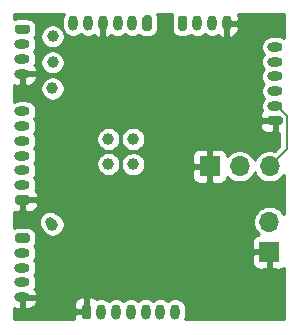
<source format=gbr>
G04 #@! TF.GenerationSoftware,KiCad,Pcbnew,(5.1.8-0-10_14)*
G04 #@! TF.CreationDate,2021-11-26T07:07:57-05:00*
G04 #@! TF.ProjectId,4809Rc,34383039-5263-42e6-9b69-6361645f7063,rev?*
G04 #@! TF.SameCoordinates,Original*
G04 #@! TF.FileFunction,Copper,L2,Bot*
G04 #@! TF.FilePolarity,Positive*
%FSLAX46Y46*%
G04 Gerber Fmt 4.6, Leading zero omitted, Abs format (unit mm)*
G04 Created by KiCad (PCBNEW (5.1.8-0-10_14)) date 2021-11-26 07:07:57*
%MOMM*%
%LPD*%
G01*
G04 APERTURE LIST*
G04 #@! TA.AperFunction,SMDPad,CuDef*
%ADD10C,1.000000*%
G04 #@! TD*
G04 #@! TA.AperFunction,ComponentPad*
%ADD11O,1.700000X1.700000*%
G04 #@! TD*
G04 #@! TA.AperFunction,ComponentPad*
%ADD12R,1.700000X1.700000*%
G04 #@! TD*
G04 #@! TA.AperFunction,ComponentPad*
%ADD13O,0.800000X1.300000*%
G04 #@! TD*
G04 #@! TA.AperFunction,ComponentPad*
%ADD14O,1.300000X0.800000*%
G04 #@! TD*
G04 #@! TA.AperFunction,ViaPad*
%ADD15C,0.800000*%
G04 #@! TD*
G04 #@! TA.AperFunction,Conductor*
%ADD16C,0.300000*%
G04 #@! TD*
G04 #@! TA.AperFunction,Conductor*
%ADD17C,0.200000*%
G04 #@! TD*
G04 #@! TA.AperFunction,Conductor*
%ADD18C,0.254000*%
G04 #@! TD*
G04 #@! TA.AperFunction,Conductor*
%ADD19C,0.100000*%
G04 #@! TD*
G04 APERTURE END LIST*
D10*
X148592540Y-100025200D03*
X153316400Y-94898399D03*
X155422600Y-94919800D03*
X148590000Y-88506300D03*
X153316400Y-92786200D03*
X155422600Y-92786200D03*
X148602700Y-86296500D03*
X148602700Y-84086700D03*
D11*
X166966900Y-99809300D03*
D12*
X166966900Y-102349300D03*
D13*
X158972900Y-107403900D03*
X157722900Y-107403900D03*
X156472900Y-107403900D03*
X155222900Y-107403900D03*
X153972900Y-107403900D03*
X152722900Y-107403900D03*
G04 #@! TA.AperFunction,ComponentPad*
G36*
G01*
X151072900Y-107853900D02*
X151072900Y-106953900D01*
G75*
G02*
X151272900Y-106753900I200000J0D01*
G01*
X151672900Y-106753900D01*
G75*
G02*
X151872900Y-106953900I0J-200000D01*
G01*
X151872900Y-107853900D01*
G75*
G02*
X151672900Y-108053900I-200000J0D01*
G01*
X151272900Y-108053900D01*
G75*
G02*
X151072900Y-107853900I0J200000D01*
G01*
G37*
G04 #@! TD.AperFunction*
X163363600Y-82981800D03*
X162113600Y-82981800D03*
X160863600Y-82981800D03*
G04 #@! TA.AperFunction,ComponentPad*
G36*
G01*
X159213600Y-83431800D02*
X159213600Y-82531800D01*
G75*
G02*
X159413600Y-82331800I200000J0D01*
G01*
X159813600Y-82331800D01*
G75*
G02*
X160013600Y-82531800I0J-200000D01*
G01*
X160013600Y-83431800D01*
G75*
G02*
X159813600Y-83631800I-200000J0D01*
G01*
X159413600Y-83631800D01*
G75*
G02*
X159213600Y-83431800I0J200000D01*
G01*
G37*
G04 #@! TD.AperFunction*
D11*
X166979600Y-95084900D03*
X164439600Y-95084900D03*
D12*
X161899600Y-95084900D03*
D14*
X146050000Y-90442400D03*
X146050000Y-91692400D03*
X146050000Y-92942400D03*
X146050000Y-94192400D03*
X146050000Y-95442400D03*
X146050000Y-96692400D03*
G04 #@! TA.AperFunction,ComponentPad*
G36*
G01*
X146500000Y-98342400D02*
X145600000Y-98342400D01*
G75*
G02*
X145400000Y-98142400I0J200000D01*
G01*
X145400000Y-97742400D01*
G75*
G02*
X145600000Y-97542400I200000J0D01*
G01*
X146500000Y-97542400D01*
G75*
G02*
X146700000Y-97742400I0J-200000D01*
G01*
X146700000Y-98142400D01*
G75*
G02*
X146500000Y-98342400I-200000J0D01*
G01*
G37*
G04 #@! TD.AperFunction*
X146050000Y-106180900D03*
X146050000Y-104930900D03*
X146050000Y-103680900D03*
X146050000Y-102430900D03*
G04 #@! TA.AperFunction,ComponentPad*
G36*
G01*
X145600000Y-100780900D02*
X146500000Y-100780900D01*
G75*
G02*
X146700000Y-100980900I0J-200000D01*
G01*
X146700000Y-101380900D01*
G75*
G02*
X146500000Y-101580900I-200000J0D01*
G01*
X145600000Y-101580900D01*
G75*
G02*
X145400000Y-101380900I0J200000D01*
G01*
X145400000Y-100980900D01*
G75*
G02*
X145600000Y-100780900I200000J0D01*
G01*
G37*
G04 #@! TD.AperFunction*
X167436800Y-84986800D03*
X167436800Y-86236800D03*
X167436800Y-87486800D03*
X167436800Y-88736800D03*
X167436800Y-89986800D03*
G04 #@! TA.AperFunction,ComponentPad*
G36*
G01*
X167886800Y-91636800D02*
X166986800Y-91636800D01*
G75*
G02*
X166786800Y-91436800I0J200000D01*
G01*
X166786800Y-91036800D01*
G75*
G02*
X166986800Y-90836800I200000J0D01*
G01*
X167886800Y-90836800D01*
G75*
G02*
X168086800Y-91036800I0J-200000D01*
G01*
X168086800Y-91436800D01*
G75*
G02*
X167886800Y-91636800I-200000J0D01*
G01*
G37*
G04 #@! TD.AperFunction*
X146050000Y-87252500D03*
X146050000Y-86002500D03*
X146050000Y-84752500D03*
G04 #@! TA.AperFunction,ComponentPad*
G36*
G01*
X145600000Y-83102500D02*
X146500000Y-83102500D01*
G75*
G02*
X146700000Y-83302500I0J-200000D01*
G01*
X146700000Y-83702500D01*
G75*
G02*
X146500000Y-83902500I-200000J0D01*
G01*
X145600000Y-83902500D01*
G75*
G02*
X145400000Y-83702500I0J200000D01*
G01*
X145400000Y-83302500D01*
G75*
G02*
X145600000Y-83102500I200000J0D01*
G01*
G37*
G04 #@! TD.AperFunction*
D13*
X150353700Y-82969100D03*
X151603700Y-82969100D03*
X152853700Y-82969100D03*
X154103700Y-82969100D03*
X155353700Y-82969100D03*
G04 #@! TA.AperFunction,ComponentPad*
G36*
G01*
X157003700Y-82519100D02*
X157003700Y-83419100D01*
G75*
G02*
X156803700Y-83619100I-200000J0D01*
G01*
X156403700Y-83619100D01*
G75*
G02*
X156203700Y-83419100I0J200000D01*
G01*
X156203700Y-82519100D01*
G75*
G02*
X156403700Y-82319100I200000J0D01*
G01*
X156803700Y-82319100D01*
G75*
G02*
X157003700Y-82519100I0J-200000D01*
G01*
G37*
G04 #@! TD.AperFunction*
D15*
X159777900Y-104013000D03*
X161798000Y-104013000D03*
X158280100Y-104013000D03*
X156221900Y-104013000D03*
X152665900Y-104013000D03*
X154698700Y-104013000D03*
X163309300Y-104000300D03*
X149135300Y-104013000D03*
X151041114Y-104013000D03*
X148209000Y-104013000D03*
X152227957Y-95859988D03*
X151535018Y-95859994D03*
X163322000Y-99428300D03*
X163322000Y-100253800D03*
X165437940Y-86375120D03*
X160042860Y-91643200D03*
X152184100Y-86659720D03*
X160264355Y-100208310D03*
X148602700Y-84086700D03*
X148602700Y-86296500D03*
X155422600Y-92786200D03*
X153316400Y-92786200D03*
X148590000Y-88506300D03*
X155422600Y-94919800D03*
X153316400Y-94898399D03*
X148369551Y-99802211D03*
D16*
X151485000Y-95910012D02*
X151535018Y-95859994D01*
D17*
X167596500Y-89986800D02*
X167436800Y-89986800D01*
X168440100Y-93649800D02*
X168440100Y-90830400D01*
X168440100Y-90830400D02*
X167596500Y-89986800D01*
X166992300Y-95097600D02*
X168440100Y-93649800D01*
X148369551Y-99802211D02*
X148592540Y-100025200D01*
D18*
X149493120Y-82362636D02*
X149440113Y-82537376D01*
X149426700Y-82673562D01*
X149426700Y-83264637D01*
X149440113Y-83400823D01*
X149490450Y-83566761D01*
X149400423Y-83432026D01*
X149257374Y-83288977D01*
X149089167Y-83176585D01*
X148902265Y-83099167D01*
X148703851Y-83059700D01*
X148501549Y-83059700D01*
X148303135Y-83099167D01*
X148116233Y-83176585D01*
X147948026Y-83288977D01*
X147804977Y-83432026D01*
X147692585Y-83600233D01*
X147615167Y-83787135D01*
X147575700Y-83985549D01*
X147575700Y-84187851D01*
X147615167Y-84386265D01*
X147692585Y-84573167D01*
X147804977Y-84741374D01*
X147948026Y-84884423D01*
X148116233Y-84996815D01*
X148303135Y-85074233D01*
X148501549Y-85113700D01*
X148703851Y-85113700D01*
X148902265Y-85074233D01*
X149089167Y-84996815D01*
X149257374Y-84884423D01*
X149400423Y-84741374D01*
X149512815Y-84573167D01*
X149590233Y-84386265D01*
X149629700Y-84187851D01*
X149629700Y-83985549D01*
X149590233Y-83787135D01*
X149535225Y-83654336D01*
X149579199Y-83736604D01*
X149695041Y-83877759D01*
X149836195Y-83993601D01*
X149997236Y-84079680D01*
X150171976Y-84132687D01*
X150353700Y-84150585D01*
X150535423Y-84132687D01*
X150710163Y-84079680D01*
X150871204Y-83993601D01*
X150978700Y-83905382D01*
X151086195Y-83993601D01*
X151247236Y-84079680D01*
X151421976Y-84132687D01*
X151603700Y-84150585D01*
X151785423Y-84132687D01*
X151960163Y-84079680D01*
X152121204Y-83993601D01*
X152134631Y-83982582D01*
X152141417Y-83990212D01*
X152305540Y-84114355D01*
X152490728Y-84204094D01*
X152567577Y-84213766D01*
X152726700Y-84086098D01*
X152726700Y-83096100D01*
X152706700Y-83096100D01*
X152706700Y-82842100D01*
X152726700Y-82842100D01*
X152726700Y-82822100D01*
X152980700Y-82822100D01*
X152980700Y-82842100D01*
X153000700Y-82842100D01*
X153000700Y-83096100D01*
X152980700Y-83096100D01*
X152980700Y-84086098D01*
X153139823Y-84213766D01*
X153216672Y-84204094D01*
X153401860Y-84114355D01*
X153565983Y-83990212D01*
X153572768Y-83982582D01*
X153586195Y-83993601D01*
X153747236Y-84079680D01*
X153921976Y-84132687D01*
X154103700Y-84150585D01*
X154285423Y-84132687D01*
X154460163Y-84079680D01*
X154621204Y-83993601D01*
X154728700Y-83905382D01*
X154836195Y-83993601D01*
X154997236Y-84079680D01*
X155171976Y-84132687D01*
X155353700Y-84150585D01*
X155535423Y-84132687D01*
X155710163Y-84079680D01*
X155871204Y-83993601D01*
X155915239Y-83957462D01*
X155998384Y-84025698D01*
X156124514Y-84093115D01*
X156261372Y-84134631D01*
X156403700Y-84148649D01*
X156803700Y-84148649D01*
X156946028Y-84134631D01*
X157082886Y-84093115D01*
X157209016Y-84025698D01*
X157319569Y-83934969D01*
X157410298Y-83824416D01*
X157477715Y-83698286D01*
X157519231Y-83561428D01*
X157533249Y-83419100D01*
X157533249Y-82519100D01*
X157519231Y-82376772D01*
X157477715Y-82239914D01*
X157476692Y-82238000D01*
X158747396Y-82238000D01*
X158739585Y-82252614D01*
X158698069Y-82389472D01*
X158684051Y-82531800D01*
X158684051Y-83431800D01*
X158698069Y-83574128D01*
X158739585Y-83710986D01*
X158807002Y-83837116D01*
X158897731Y-83947669D01*
X159008284Y-84038398D01*
X159134414Y-84105815D01*
X159271272Y-84147331D01*
X159413600Y-84161349D01*
X159813600Y-84161349D01*
X159955928Y-84147331D01*
X160092786Y-84105815D01*
X160218916Y-84038398D01*
X160302061Y-83970162D01*
X160346096Y-84006301D01*
X160507137Y-84092380D01*
X160681877Y-84145387D01*
X160863600Y-84163285D01*
X161045324Y-84145387D01*
X161220064Y-84092380D01*
X161381105Y-84006301D01*
X161488601Y-83918082D01*
X161596096Y-84006301D01*
X161757137Y-84092380D01*
X161931877Y-84145387D01*
X162113600Y-84163285D01*
X162295324Y-84145387D01*
X162470064Y-84092380D01*
X162631105Y-84006301D01*
X162644532Y-83995282D01*
X162651317Y-84002912D01*
X162815440Y-84127055D01*
X163000628Y-84216794D01*
X163077477Y-84226466D01*
X163236600Y-84098798D01*
X163236600Y-83108800D01*
X163490600Y-83108800D01*
X163490600Y-84098798D01*
X163649723Y-84226466D01*
X163726572Y-84216794D01*
X163911760Y-84127055D01*
X164075883Y-84002912D01*
X164212633Y-83849136D01*
X164316755Y-83671636D01*
X164384248Y-83477233D01*
X164412518Y-83273399D01*
X164247362Y-83108800D01*
X163490600Y-83108800D01*
X163236600Y-83108800D01*
X163216600Y-83108800D01*
X163216600Y-82854800D01*
X163236600Y-82854800D01*
X163236600Y-82834800D01*
X163490600Y-82834800D01*
X163490600Y-82854800D01*
X164247362Y-82854800D01*
X164412518Y-82690201D01*
X164384248Y-82486367D01*
X164316755Y-82291964D01*
X164285100Y-82238000D01*
X168167629Y-82238000D01*
X168166708Y-84192203D01*
X168043264Y-84126220D01*
X167868524Y-84073213D01*
X167732338Y-84059800D01*
X167141262Y-84059800D01*
X167005076Y-84073213D01*
X166830336Y-84126220D01*
X166669295Y-84212299D01*
X166528141Y-84328141D01*
X166412299Y-84469295D01*
X166326220Y-84630336D01*
X166273213Y-84805076D01*
X166255315Y-84986800D01*
X166273213Y-85168524D01*
X166326220Y-85343264D01*
X166412299Y-85504305D01*
X166500518Y-85611800D01*
X166412299Y-85719295D01*
X166326220Y-85880336D01*
X166273213Y-86055076D01*
X166255315Y-86236800D01*
X166273213Y-86418524D01*
X166326220Y-86593264D01*
X166412299Y-86754305D01*
X166500518Y-86861800D01*
X166412299Y-86969295D01*
X166326220Y-87130336D01*
X166273213Y-87305076D01*
X166255315Y-87486800D01*
X166273213Y-87668524D01*
X166326220Y-87843264D01*
X166412299Y-88004305D01*
X166500518Y-88111800D01*
X166412299Y-88219295D01*
X166326220Y-88380336D01*
X166273213Y-88555076D01*
X166255315Y-88736800D01*
X166273213Y-88918524D01*
X166326220Y-89093264D01*
X166412299Y-89254305D01*
X166500518Y-89361800D01*
X166412299Y-89469295D01*
X166326220Y-89630336D01*
X166273213Y-89805076D01*
X166255315Y-89986800D01*
X166273213Y-90168524D01*
X166326220Y-90343264D01*
X166344820Y-90378061D01*
X166335615Y-90385615D01*
X166256263Y-90482306D01*
X166197298Y-90592620D01*
X166160988Y-90712318D01*
X166148728Y-90836800D01*
X166151800Y-90951050D01*
X166310550Y-91109800D01*
X167309800Y-91109800D01*
X167309800Y-91089800D01*
X167563800Y-91089800D01*
X167563800Y-91109800D01*
X167583800Y-91109800D01*
X167583800Y-91363800D01*
X167563800Y-91363800D01*
X167563800Y-92113050D01*
X167722550Y-92271800D01*
X167813100Y-92272564D01*
X167813100Y-93390088D01*
X167424471Y-93778717D01*
X167381256Y-93760817D01*
X167115223Y-93707900D01*
X166843977Y-93707900D01*
X166577944Y-93760817D01*
X166327346Y-93864618D01*
X166101813Y-94015314D01*
X165910014Y-94207113D01*
X165759318Y-94432646D01*
X165709600Y-94552676D01*
X165659882Y-94432646D01*
X165509186Y-94207113D01*
X165317387Y-94015314D01*
X165091854Y-93864618D01*
X164841256Y-93760817D01*
X164575223Y-93707900D01*
X164303977Y-93707900D01*
X164037944Y-93760817D01*
X163787346Y-93864618D01*
X163561813Y-94015314D01*
X163383597Y-94193530D01*
X163375412Y-94110418D01*
X163339102Y-93990720D01*
X163280137Y-93880406D01*
X163200785Y-93783715D01*
X163104094Y-93704363D01*
X162993780Y-93645398D01*
X162874082Y-93609088D01*
X162749600Y-93596828D01*
X162185350Y-93599900D01*
X162026600Y-93758650D01*
X162026600Y-94957900D01*
X162046600Y-94957900D01*
X162046600Y-95211900D01*
X162026600Y-95211900D01*
X162026600Y-96411150D01*
X162185350Y-96569900D01*
X162749600Y-96572972D01*
X162874082Y-96560712D01*
X162993780Y-96524402D01*
X163104094Y-96465437D01*
X163200785Y-96386085D01*
X163280137Y-96289394D01*
X163339102Y-96179080D01*
X163375412Y-96059382D01*
X163383597Y-95976270D01*
X163561813Y-96154486D01*
X163787346Y-96305182D01*
X164037944Y-96408983D01*
X164303977Y-96461900D01*
X164575223Y-96461900D01*
X164841256Y-96408983D01*
X165091854Y-96305182D01*
X165317387Y-96154486D01*
X165509186Y-95962687D01*
X165659882Y-95737154D01*
X165709600Y-95617124D01*
X165759318Y-95737154D01*
X165910014Y-95962687D01*
X166101813Y-96154486D01*
X166327346Y-96305182D01*
X166577944Y-96408983D01*
X166843977Y-96461900D01*
X167115223Y-96461900D01*
X167381256Y-96408983D01*
X167631854Y-96305182D01*
X167857387Y-96154486D01*
X168049186Y-95962687D01*
X168161243Y-95794982D01*
X168159679Y-99115884D01*
X168036486Y-98931513D01*
X167844687Y-98739714D01*
X167619154Y-98589018D01*
X167368556Y-98485217D01*
X167102523Y-98432300D01*
X166831277Y-98432300D01*
X166565244Y-98485217D01*
X166314646Y-98589018D01*
X166089113Y-98739714D01*
X165897314Y-98931513D01*
X165746618Y-99157046D01*
X165642817Y-99407644D01*
X165589900Y-99673677D01*
X165589900Y-99944923D01*
X165642817Y-100210956D01*
X165746618Y-100461554D01*
X165897314Y-100687087D01*
X166075530Y-100865303D01*
X165992418Y-100873488D01*
X165872720Y-100909798D01*
X165762406Y-100968763D01*
X165665715Y-101048115D01*
X165586363Y-101144806D01*
X165527398Y-101255120D01*
X165491088Y-101374818D01*
X165478828Y-101499300D01*
X165481900Y-102063550D01*
X165640650Y-102222300D01*
X166839900Y-102222300D01*
X166839900Y-102202300D01*
X167093900Y-102202300D01*
X167093900Y-102222300D01*
X167113900Y-102222300D01*
X167113900Y-102476300D01*
X167093900Y-102476300D01*
X167093900Y-103675550D01*
X167252650Y-103834300D01*
X167816900Y-103837372D01*
X167941382Y-103825112D01*
X168061080Y-103788802D01*
X168157502Y-103737263D01*
X168155472Y-108046100D01*
X159814379Y-108046100D01*
X159833480Y-108010364D01*
X159886487Y-107835624D01*
X159899900Y-107699438D01*
X159899900Y-107108362D01*
X159886487Y-106972176D01*
X159833480Y-106797436D01*
X159747401Y-106636395D01*
X159631559Y-106495241D01*
X159490404Y-106379399D01*
X159329363Y-106293320D01*
X159154623Y-106240313D01*
X158972900Y-106222415D01*
X158791176Y-106240313D01*
X158616436Y-106293320D01*
X158455395Y-106379399D01*
X158347900Y-106467618D01*
X158240404Y-106379399D01*
X158079363Y-106293320D01*
X157904623Y-106240313D01*
X157722900Y-106222415D01*
X157541176Y-106240313D01*
X157366436Y-106293320D01*
X157205395Y-106379399D01*
X157097900Y-106467618D01*
X156990404Y-106379399D01*
X156829363Y-106293320D01*
X156654623Y-106240313D01*
X156472900Y-106222415D01*
X156291176Y-106240313D01*
X156116436Y-106293320D01*
X155955395Y-106379399D01*
X155847900Y-106467618D01*
X155740404Y-106379399D01*
X155579363Y-106293320D01*
X155404623Y-106240313D01*
X155222900Y-106222415D01*
X155041176Y-106240313D01*
X154866436Y-106293320D01*
X154705395Y-106379399D01*
X154597900Y-106467618D01*
X154490404Y-106379399D01*
X154329363Y-106293320D01*
X154154623Y-106240313D01*
X153972900Y-106222415D01*
X153791176Y-106240313D01*
X153616436Y-106293320D01*
X153455395Y-106379399D01*
X153347900Y-106467618D01*
X153240404Y-106379399D01*
X153079363Y-106293320D01*
X152904623Y-106240313D01*
X152722900Y-106222415D01*
X152541176Y-106240313D01*
X152366436Y-106293320D01*
X152331639Y-106311920D01*
X152324085Y-106302715D01*
X152227394Y-106223363D01*
X152117080Y-106164398D01*
X151997382Y-106128088D01*
X151872900Y-106115828D01*
X151758650Y-106118900D01*
X151599900Y-106277650D01*
X151599900Y-107276900D01*
X151619900Y-107276900D01*
X151619900Y-107530900D01*
X151599900Y-107530900D01*
X151599900Y-107550900D01*
X151345900Y-107550900D01*
X151345900Y-107530900D01*
X150596650Y-107530900D01*
X150437900Y-107689650D01*
X150434894Y-108046100D01*
X145293771Y-108046100D01*
X145294219Y-107095372D01*
X145360164Y-107134055D01*
X145554567Y-107201548D01*
X145758401Y-107229818D01*
X145923000Y-107064662D01*
X145923000Y-106307900D01*
X146177000Y-106307900D01*
X146177000Y-107064662D01*
X146341599Y-107229818D01*
X146545433Y-107201548D01*
X146739836Y-107134055D01*
X146917336Y-107029933D01*
X147071112Y-106893183D01*
X147176465Y-106753900D01*
X150434828Y-106753900D01*
X150437900Y-107118150D01*
X150596650Y-107276900D01*
X151345900Y-107276900D01*
X151345900Y-106277650D01*
X151187150Y-106118900D01*
X151072900Y-106115828D01*
X150948418Y-106128088D01*
X150828720Y-106164398D01*
X150718406Y-106223363D01*
X150621715Y-106302715D01*
X150542363Y-106399406D01*
X150483398Y-106509720D01*
X150447088Y-106629418D01*
X150434828Y-106753900D01*
X147176465Y-106753900D01*
X147195255Y-106729060D01*
X147284994Y-106543872D01*
X147294666Y-106467023D01*
X147166998Y-106307900D01*
X146177000Y-106307900D01*
X145923000Y-106307900D01*
X145903000Y-106307900D01*
X145903000Y-106053900D01*
X145923000Y-106053900D01*
X145923000Y-106033900D01*
X146177000Y-106033900D01*
X146177000Y-106053900D01*
X147166998Y-106053900D01*
X147294666Y-105894777D01*
X147284994Y-105817928D01*
X147195255Y-105632740D01*
X147071112Y-105468617D01*
X147063482Y-105461832D01*
X147074501Y-105448405D01*
X147160580Y-105287364D01*
X147213587Y-105112624D01*
X147231485Y-104930900D01*
X147213587Y-104749176D01*
X147160580Y-104574436D01*
X147074501Y-104413395D01*
X146986282Y-104305900D01*
X147074501Y-104198405D01*
X147160580Y-104037364D01*
X147213587Y-103862624D01*
X147231485Y-103680900D01*
X147213587Y-103499176D01*
X147160580Y-103324436D01*
X147093693Y-103199300D01*
X165478828Y-103199300D01*
X165491088Y-103323782D01*
X165527398Y-103443480D01*
X165586363Y-103553794D01*
X165665715Y-103650485D01*
X165762406Y-103729837D01*
X165872720Y-103788802D01*
X165992418Y-103825112D01*
X166116900Y-103837372D01*
X166681150Y-103834300D01*
X166839900Y-103675550D01*
X166839900Y-102476300D01*
X165640650Y-102476300D01*
X165481900Y-102635050D01*
X165478828Y-103199300D01*
X147093693Y-103199300D01*
X147074501Y-103163395D01*
X146986282Y-103055900D01*
X147074501Y-102948405D01*
X147160580Y-102787364D01*
X147213587Y-102612624D01*
X147231485Y-102430900D01*
X147213587Y-102249176D01*
X147160580Y-102074436D01*
X147074501Y-101913395D01*
X147038363Y-101869360D01*
X147106598Y-101786216D01*
X147174015Y-101660086D01*
X147215531Y-101523228D01*
X147229549Y-101380900D01*
X147229549Y-100980900D01*
X147215531Y-100838572D01*
X147174015Y-100701714D01*
X147106598Y-100575584D01*
X147015869Y-100465031D01*
X146905316Y-100374302D01*
X146779186Y-100306885D01*
X146642328Y-100265369D01*
X146500000Y-100251351D01*
X145600000Y-100251351D01*
X145457672Y-100265369D01*
X145320814Y-100306885D01*
X145297411Y-100319394D01*
X145297697Y-99710910D01*
X147442551Y-99710910D01*
X147442551Y-99893512D01*
X147478175Y-100072607D01*
X147548055Y-100241310D01*
X147606947Y-100329449D01*
X147682425Y-100511667D01*
X147794817Y-100679874D01*
X147937866Y-100822923D01*
X148106073Y-100935315D01*
X148292975Y-101012733D01*
X148491389Y-101052200D01*
X148693691Y-101052200D01*
X148892105Y-101012733D01*
X149079007Y-100935315D01*
X149247214Y-100822923D01*
X149390263Y-100679874D01*
X149502655Y-100511667D01*
X149580073Y-100324765D01*
X149619540Y-100126351D01*
X149619540Y-99924049D01*
X149580073Y-99725635D01*
X149502655Y-99538733D01*
X149390263Y-99370526D01*
X149247214Y-99227477D01*
X149079007Y-99115085D01*
X148896789Y-99039607D01*
X148808650Y-98980715D01*
X148639947Y-98910835D01*
X148460852Y-98875211D01*
X148278250Y-98875211D01*
X148099155Y-98910835D01*
X147930452Y-98980715D01*
X147778623Y-99082163D01*
X147649503Y-99211283D01*
X147548055Y-99363112D01*
X147478175Y-99531815D01*
X147442551Y-99710910D01*
X145297697Y-99710910D01*
X145298046Y-98970431D01*
X145400000Y-98980472D01*
X145764250Y-98977400D01*
X145923000Y-98818650D01*
X145923000Y-98069400D01*
X146177000Y-98069400D01*
X146177000Y-98818650D01*
X146335750Y-98977400D01*
X146700000Y-98980472D01*
X146824482Y-98968212D01*
X146944180Y-98931902D01*
X147054494Y-98872937D01*
X147151185Y-98793585D01*
X147230537Y-98696894D01*
X147289502Y-98586580D01*
X147325812Y-98466882D01*
X147338072Y-98342400D01*
X147335000Y-98228150D01*
X147176250Y-98069400D01*
X146177000Y-98069400D01*
X145923000Y-98069400D01*
X145903000Y-98069400D01*
X145903000Y-97815400D01*
X145923000Y-97815400D01*
X145923000Y-97795400D01*
X146177000Y-97795400D01*
X146177000Y-97815400D01*
X147176250Y-97815400D01*
X147335000Y-97656650D01*
X147338072Y-97542400D01*
X147325812Y-97417918D01*
X147289502Y-97298220D01*
X147230537Y-97187906D01*
X147151185Y-97091215D01*
X147141980Y-97083661D01*
X147160580Y-97048864D01*
X147213587Y-96874124D01*
X147231485Y-96692400D01*
X147213587Y-96510676D01*
X147160580Y-96335936D01*
X147074501Y-96174895D01*
X146986282Y-96067400D01*
X147074501Y-95959905D01*
X147160580Y-95798864D01*
X147213587Y-95624124D01*
X147231485Y-95442400D01*
X147213587Y-95260676D01*
X147160580Y-95085936D01*
X147074501Y-94924895D01*
X146986282Y-94817400D01*
X147002820Y-94797248D01*
X152289400Y-94797248D01*
X152289400Y-94999550D01*
X152328867Y-95197964D01*
X152406285Y-95384866D01*
X152518677Y-95553073D01*
X152661726Y-95696122D01*
X152829933Y-95808514D01*
X153016835Y-95885932D01*
X153215249Y-95925399D01*
X153417551Y-95925399D01*
X153615965Y-95885932D01*
X153802867Y-95808514D01*
X153971074Y-95696122D01*
X154114123Y-95553073D01*
X154226515Y-95384866D01*
X154303933Y-95197964D01*
X154343400Y-94999550D01*
X154343400Y-94818649D01*
X154395600Y-94818649D01*
X154395600Y-95020951D01*
X154435067Y-95219365D01*
X154512485Y-95406267D01*
X154624877Y-95574474D01*
X154767926Y-95717523D01*
X154936133Y-95829915D01*
X155123035Y-95907333D01*
X155321449Y-95946800D01*
X155523751Y-95946800D01*
X155583576Y-95934900D01*
X160411528Y-95934900D01*
X160423788Y-96059382D01*
X160460098Y-96179080D01*
X160519063Y-96289394D01*
X160598415Y-96386085D01*
X160695106Y-96465437D01*
X160805420Y-96524402D01*
X160925118Y-96560712D01*
X161049600Y-96572972D01*
X161613850Y-96569900D01*
X161772600Y-96411150D01*
X161772600Y-95211900D01*
X160573350Y-95211900D01*
X160414600Y-95370650D01*
X160411528Y-95934900D01*
X155583576Y-95934900D01*
X155722165Y-95907333D01*
X155909067Y-95829915D01*
X156077274Y-95717523D01*
X156220323Y-95574474D01*
X156332715Y-95406267D01*
X156410133Y-95219365D01*
X156449600Y-95020951D01*
X156449600Y-94818649D01*
X156410133Y-94620235D01*
X156332715Y-94433333D01*
X156220323Y-94265126D01*
X156190097Y-94234900D01*
X160411528Y-94234900D01*
X160414600Y-94799150D01*
X160573350Y-94957900D01*
X161772600Y-94957900D01*
X161772600Y-93758650D01*
X161613850Y-93599900D01*
X161049600Y-93596828D01*
X160925118Y-93609088D01*
X160805420Y-93645398D01*
X160695106Y-93704363D01*
X160598415Y-93783715D01*
X160519063Y-93880406D01*
X160460098Y-93990720D01*
X160423788Y-94110418D01*
X160411528Y-94234900D01*
X156190097Y-94234900D01*
X156077274Y-94122077D01*
X155909067Y-94009685D01*
X155722165Y-93932267D01*
X155523751Y-93892800D01*
X155321449Y-93892800D01*
X155123035Y-93932267D01*
X154936133Y-94009685D01*
X154767926Y-94122077D01*
X154624877Y-94265126D01*
X154512485Y-94433333D01*
X154435067Y-94620235D01*
X154395600Y-94818649D01*
X154343400Y-94818649D01*
X154343400Y-94797248D01*
X154303933Y-94598834D01*
X154226515Y-94411932D01*
X154114123Y-94243725D01*
X153971074Y-94100676D01*
X153802867Y-93988284D01*
X153615965Y-93910866D01*
X153417551Y-93871399D01*
X153215249Y-93871399D01*
X153016835Y-93910866D01*
X152829933Y-93988284D01*
X152661726Y-94100676D01*
X152518677Y-94243725D01*
X152406285Y-94411932D01*
X152328867Y-94598834D01*
X152289400Y-94797248D01*
X147002820Y-94797248D01*
X147074501Y-94709905D01*
X147160580Y-94548864D01*
X147213587Y-94374124D01*
X147231485Y-94192400D01*
X147213587Y-94010676D01*
X147160580Y-93835936D01*
X147074501Y-93674895D01*
X146986282Y-93567400D01*
X147074501Y-93459905D01*
X147160580Y-93298864D01*
X147213587Y-93124124D01*
X147231485Y-92942400D01*
X147213587Y-92760676D01*
X147190646Y-92685049D01*
X152289400Y-92685049D01*
X152289400Y-92887351D01*
X152328867Y-93085765D01*
X152406285Y-93272667D01*
X152518677Y-93440874D01*
X152661726Y-93583923D01*
X152829933Y-93696315D01*
X153016835Y-93773733D01*
X153215249Y-93813200D01*
X153417551Y-93813200D01*
X153615965Y-93773733D01*
X153802867Y-93696315D01*
X153971074Y-93583923D01*
X154114123Y-93440874D01*
X154226515Y-93272667D01*
X154303933Y-93085765D01*
X154343400Y-92887351D01*
X154343400Y-92685049D01*
X154395600Y-92685049D01*
X154395600Y-92887351D01*
X154435067Y-93085765D01*
X154512485Y-93272667D01*
X154624877Y-93440874D01*
X154767926Y-93583923D01*
X154936133Y-93696315D01*
X155123035Y-93773733D01*
X155321449Y-93813200D01*
X155523751Y-93813200D01*
X155722165Y-93773733D01*
X155909067Y-93696315D01*
X156077274Y-93583923D01*
X156220323Y-93440874D01*
X156332715Y-93272667D01*
X156410133Y-93085765D01*
X156449600Y-92887351D01*
X156449600Y-92685049D01*
X156410133Y-92486635D01*
X156332715Y-92299733D01*
X156220323Y-92131526D01*
X156077274Y-91988477D01*
X155909067Y-91876085D01*
X155722165Y-91798667D01*
X155523751Y-91759200D01*
X155321449Y-91759200D01*
X155123035Y-91798667D01*
X154936133Y-91876085D01*
X154767926Y-91988477D01*
X154624877Y-92131526D01*
X154512485Y-92299733D01*
X154435067Y-92486635D01*
X154395600Y-92685049D01*
X154343400Y-92685049D01*
X154303933Y-92486635D01*
X154226515Y-92299733D01*
X154114123Y-92131526D01*
X153971074Y-91988477D01*
X153802867Y-91876085D01*
X153615965Y-91798667D01*
X153417551Y-91759200D01*
X153215249Y-91759200D01*
X153016835Y-91798667D01*
X152829933Y-91876085D01*
X152661726Y-91988477D01*
X152518677Y-92131526D01*
X152406285Y-92299733D01*
X152328867Y-92486635D01*
X152289400Y-92685049D01*
X147190646Y-92685049D01*
X147160580Y-92585936D01*
X147074501Y-92424895D01*
X146986282Y-92317400D01*
X147074501Y-92209905D01*
X147160580Y-92048864D01*
X147213587Y-91874124D01*
X147231485Y-91692400D01*
X147226009Y-91636800D01*
X166148728Y-91636800D01*
X166160988Y-91761282D01*
X166197298Y-91880980D01*
X166256263Y-91991294D01*
X166335615Y-92087985D01*
X166432306Y-92167337D01*
X166542620Y-92226302D01*
X166662318Y-92262612D01*
X166786800Y-92274872D01*
X167151050Y-92271800D01*
X167309800Y-92113050D01*
X167309800Y-91363800D01*
X166310550Y-91363800D01*
X166151800Y-91522550D01*
X166148728Y-91636800D01*
X147226009Y-91636800D01*
X147213587Y-91510676D01*
X147160580Y-91335936D01*
X147074501Y-91174895D01*
X146986282Y-91067400D01*
X147074501Y-90959905D01*
X147160580Y-90798864D01*
X147213587Y-90624124D01*
X147231485Y-90442400D01*
X147213587Y-90260676D01*
X147160580Y-90085936D01*
X147074501Y-89924895D01*
X146958659Y-89783741D01*
X146817505Y-89667899D01*
X146656464Y-89581820D01*
X146481724Y-89528813D01*
X146345538Y-89515400D01*
X145754462Y-89515400D01*
X145618276Y-89528813D01*
X145443536Y-89581820D01*
X145302433Y-89657242D01*
X145303023Y-88405149D01*
X147563000Y-88405149D01*
X147563000Y-88607451D01*
X147602467Y-88805865D01*
X147679885Y-88992767D01*
X147792277Y-89160974D01*
X147935326Y-89304023D01*
X148103533Y-89416415D01*
X148290435Y-89493833D01*
X148488849Y-89533300D01*
X148691151Y-89533300D01*
X148889565Y-89493833D01*
X149076467Y-89416415D01*
X149244674Y-89304023D01*
X149387723Y-89160974D01*
X149500115Y-88992767D01*
X149577533Y-88805865D01*
X149617000Y-88607451D01*
X149617000Y-88405149D01*
X149577533Y-88206735D01*
X149500115Y-88019833D01*
X149387723Y-87851626D01*
X149244674Y-87708577D01*
X149076467Y-87596185D01*
X148889565Y-87518767D01*
X148691151Y-87479300D01*
X148488849Y-87479300D01*
X148290435Y-87518767D01*
X148103533Y-87596185D01*
X147935326Y-87708577D01*
X147792277Y-87851626D01*
X147679885Y-88019833D01*
X147602467Y-88206735D01*
X147563000Y-88405149D01*
X145303023Y-88405149D01*
X145303133Y-88172200D01*
X145360164Y-88205655D01*
X145554567Y-88273148D01*
X145758401Y-88301418D01*
X145923000Y-88136262D01*
X145923000Y-87379500D01*
X146177000Y-87379500D01*
X146177000Y-88136262D01*
X146341599Y-88301418D01*
X146545433Y-88273148D01*
X146739836Y-88205655D01*
X146917336Y-88101533D01*
X147071112Y-87964783D01*
X147195255Y-87800660D01*
X147284994Y-87615472D01*
X147294666Y-87538623D01*
X147166998Y-87379500D01*
X146177000Y-87379500D01*
X145923000Y-87379500D01*
X145903000Y-87379500D01*
X145903000Y-87125500D01*
X145923000Y-87125500D01*
X145923000Y-87105500D01*
X146177000Y-87105500D01*
X146177000Y-87125500D01*
X147166998Y-87125500D01*
X147294666Y-86966377D01*
X147284994Y-86889528D01*
X147195255Y-86704340D01*
X147071112Y-86540217D01*
X147063482Y-86533432D01*
X147074501Y-86520005D01*
X147160580Y-86358964D01*
X147210212Y-86195349D01*
X147575700Y-86195349D01*
X147575700Y-86397651D01*
X147615167Y-86596065D01*
X147692585Y-86782967D01*
X147804977Y-86951174D01*
X147948026Y-87094223D01*
X148116233Y-87206615D01*
X148303135Y-87284033D01*
X148501549Y-87323500D01*
X148703851Y-87323500D01*
X148902265Y-87284033D01*
X149089167Y-87206615D01*
X149257374Y-87094223D01*
X149400423Y-86951174D01*
X149512815Y-86782967D01*
X149590233Y-86596065D01*
X149629700Y-86397651D01*
X149629700Y-86195349D01*
X149590233Y-85996935D01*
X149512815Y-85810033D01*
X149400423Y-85641826D01*
X149257374Y-85498777D01*
X149089167Y-85386385D01*
X148902265Y-85308967D01*
X148703851Y-85269500D01*
X148501549Y-85269500D01*
X148303135Y-85308967D01*
X148116233Y-85386385D01*
X147948026Y-85498777D01*
X147804977Y-85641826D01*
X147692585Y-85810033D01*
X147615167Y-85996935D01*
X147575700Y-86195349D01*
X147210212Y-86195349D01*
X147213587Y-86184224D01*
X147231485Y-86002500D01*
X147213587Y-85820776D01*
X147160580Y-85646036D01*
X147074501Y-85484995D01*
X146986282Y-85377500D01*
X147074501Y-85270005D01*
X147160580Y-85108964D01*
X147213587Y-84934224D01*
X147231485Y-84752500D01*
X147213587Y-84570776D01*
X147160580Y-84396036D01*
X147074501Y-84234995D01*
X147038363Y-84190960D01*
X147106598Y-84107816D01*
X147174015Y-83981686D01*
X147215531Y-83844828D01*
X147229549Y-83702500D01*
X147229549Y-83302500D01*
X147215531Y-83160172D01*
X147174015Y-83023314D01*
X147106598Y-82897184D01*
X147015869Y-82786631D01*
X146905316Y-82695902D01*
X146779186Y-82628485D01*
X146642328Y-82586969D01*
X146500000Y-82572951D01*
X145600000Y-82572951D01*
X145457672Y-82586969D01*
X145320814Y-82628485D01*
X145305740Y-82636542D01*
X145305928Y-82238000D01*
X149559741Y-82238000D01*
X149493120Y-82362636D01*
G04 #@! TA.AperFunction,Conductor*
D19*
G36*
X149493120Y-82362636D02*
G01*
X149440113Y-82537376D01*
X149426700Y-82673562D01*
X149426700Y-83264637D01*
X149440113Y-83400823D01*
X149490450Y-83566761D01*
X149400423Y-83432026D01*
X149257374Y-83288977D01*
X149089167Y-83176585D01*
X148902265Y-83099167D01*
X148703851Y-83059700D01*
X148501549Y-83059700D01*
X148303135Y-83099167D01*
X148116233Y-83176585D01*
X147948026Y-83288977D01*
X147804977Y-83432026D01*
X147692585Y-83600233D01*
X147615167Y-83787135D01*
X147575700Y-83985549D01*
X147575700Y-84187851D01*
X147615167Y-84386265D01*
X147692585Y-84573167D01*
X147804977Y-84741374D01*
X147948026Y-84884423D01*
X148116233Y-84996815D01*
X148303135Y-85074233D01*
X148501549Y-85113700D01*
X148703851Y-85113700D01*
X148902265Y-85074233D01*
X149089167Y-84996815D01*
X149257374Y-84884423D01*
X149400423Y-84741374D01*
X149512815Y-84573167D01*
X149590233Y-84386265D01*
X149629700Y-84187851D01*
X149629700Y-83985549D01*
X149590233Y-83787135D01*
X149535225Y-83654336D01*
X149579199Y-83736604D01*
X149695041Y-83877759D01*
X149836195Y-83993601D01*
X149997236Y-84079680D01*
X150171976Y-84132687D01*
X150353700Y-84150585D01*
X150535423Y-84132687D01*
X150710163Y-84079680D01*
X150871204Y-83993601D01*
X150978700Y-83905382D01*
X151086195Y-83993601D01*
X151247236Y-84079680D01*
X151421976Y-84132687D01*
X151603700Y-84150585D01*
X151785423Y-84132687D01*
X151960163Y-84079680D01*
X152121204Y-83993601D01*
X152134631Y-83982582D01*
X152141417Y-83990212D01*
X152305540Y-84114355D01*
X152490728Y-84204094D01*
X152567577Y-84213766D01*
X152726700Y-84086098D01*
X152726700Y-83096100D01*
X152706700Y-83096100D01*
X152706700Y-82842100D01*
X152726700Y-82842100D01*
X152726700Y-82822100D01*
X152980700Y-82822100D01*
X152980700Y-82842100D01*
X153000700Y-82842100D01*
X153000700Y-83096100D01*
X152980700Y-83096100D01*
X152980700Y-84086098D01*
X153139823Y-84213766D01*
X153216672Y-84204094D01*
X153401860Y-84114355D01*
X153565983Y-83990212D01*
X153572768Y-83982582D01*
X153586195Y-83993601D01*
X153747236Y-84079680D01*
X153921976Y-84132687D01*
X154103700Y-84150585D01*
X154285423Y-84132687D01*
X154460163Y-84079680D01*
X154621204Y-83993601D01*
X154728700Y-83905382D01*
X154836195Y-83993601D01*
X154997236Y-84079680D01*
X155171976Y-84132687D01*
X155353700Y-84150585D01*
X155535423Y-84132687D01*
X155710163Y-84079680D01*
X155871204Y-83993601D01*
X155915239Y-83957462D01*
X155998384Y-84025698D01*
X156124514Y-84093115D01*
X156261372Y-84134631D01*
X156403700Y-84148649D01*
X156803700Y-84148649D01*
X156946028Y-84134631D01*
X157082886Y-84093115D01*
X157209016Y-84025698D01*
X157319569Y-83934969D01*
X157410298Y-83824416D01*
X157477715Y-83698286D01*
X157519231Y-83561428D01*
X157533249Y-83419100D01*
X157533249Y-82519100D01*
X157519231Y-82376772D01*
X157477715Y-82239914D01*
X157476692Y-82238000D01*
X158747396Y-82238000D01*
X158739585Y-82252614D01*
X158698069Y-82389472D01*
X158684051Y-82531800D01*
X158684051Y-83431800D01*
X158698069Y-83574128D01*
X158739585Y-83710986D01*
X158807002Y-83837116D01*
X158897731Y-83947669D01*
X159008284Y-84038398D01*
X159134414Y-84105815D01*
X159271272Y-84147331D01*
X159413600Y-84161349D01*
X159813600Y-84161349D01*
X159955928Y-84147331D01*
X160092786Y-84105815D01*
X160218916Y-84038398D01*
X160302061Y-83970162D01*
X160346096Y-84006301D01*
X160507137Y-84092380D01*
X160681877Y-84145387D01*
X160863600Y-84163285D01*
X161045324Y-84145387D01*
X161220064Y-84092380D01*
X161381105Y-84006301D01*
X161488601Y-83918082D01*
X161596096Y-84006301D01*
X161757137Y-84092380D01*
X161931877Y-84145387D01*
X162113600Y-84163285D01*
X162295324Y-84145387D01*
X162470064Y-84092380D01*
X162631105Y-84006301D01*
X162644532Y-83995282D01*
X162651317Y-84002912D01*
X162815440Y-84127055D01*
X163000628Y-84216794D01*
X163077477Y-84226466D01*
X163236600Y-84098798D01*
X163236600Y-83108800D01*
X163490600Y-83108800D01*
X163490600Y-84098798D01*
X163649723Y-84226466D01*
X163726572Y-84216794D01*
X163911760Y-84127055D01*
X164075883Y-84002912D01*
X164212633Y-83849136D01*
X164316755Y-83671636D01*
X164384248Y-83477233D01*
X164412518Y-83273399D01*
X164247362Y-83108800D01*
X163490600Y-83108800D01*
X163236600Y-83108800D01*
X163216600Y-83108800D01*
X163216600Y-82854800D01*
X163236600Y-82854800D01*
X163236600Y-82834800D01*
X163490600Y-82834800D01*
X163490600Y-82854800D01*
X164247362Y-82854800D01*
X164412518Y-82690201D01*
X164384248Y-82486367D01*
X164316755Y-82291964D01*
X164285100Y-82238000D01*
X168167629Y-82238000D01*
X168166708Y-84192203D01*
X168043264Y-84126220D01*
X167868524Y-84073213D01*
X167732338Y-84059800D01*
X167141262Y-84059800D01*
X167005076Y-84073213D01*
X166830336Y-84126220D01*
X166669295Y-84212299D01*
X166528141Y-84328141D01*
X166412299Y-84469295D01*
X166326220Y-84630336D01*
X166273213Y-84805076D01*
X166255315Y-84986800D01*
X166273213Y-85168524D01*
X166326220Y-85343264D01*
X166412299Y-85504305D01*
X166500518Y-85611800D01*
X166412299Y-85719295D01*
X166326220Y-85880336D01*
X166273213Y-86055076D01*
X166255315Y-86236800D01*
X166273213Y-86418524D01*
X166326220Y-86593264D01*
X166412299Y-86754305D01*
X166500518Y-86861800D01*
X166412299Y-86969295D01*
X166326220Y-87130336D01*
X166273213Y-87305076D01*
X166255315Y-87486800D01*
X166273213Y-87668524D01*
X166326220Y-87843264D01*
X166412299Y-88004305D01*
X166500518Y-88111800D01*
X166412299Y-88219295D01*
X166326220Y-88380336D01*
X166273213Y-88555076D01*
X166255315Y-88736800D01*
X166273213Y-88918524D01*
X166326220Y-89093264D01*
X166412299Y-89254305D01*
X166500518Y-89361800D01*
X166412299Y-89469295D01*
X166326220Y-89630336D01*
X166273213Y-89805076D01*
X166255315Y-89986800D01*
X166273213Y-90168524D01*
X166326220Y-90343264D01*
X166344820Y-90378061D01*
X166335615Y-90385615D01*
X166256263Y-90482306D01*
X166197298Y-90592620D01*
X166160988Y-90712318D01*
X166148728Y-90836800D01*
X166151800Y-90951050D01*
X166310550Y-91109800D01*
X167309800Y-91109800D01*
X167309800Y-91089800D01*
X167563800Y-91089800D01*
X167563800Y-91109800D01*
X167583800Y-91109800D01*
X167583800Y-91363800D01*
X167563800Y-91363800D01*
X167563800Y-92113050D01*
X167722550Y-92271800D01*
X167813100Y-92272564D01*
X167813100Y-93390088D01*
X167424471Y-93778717D01*
X167381256Y-93760817D01*
X167115223Y-93707900D01*
X166843977Y-93707900D01*
X166577944Y-93760817D01*
X166327346Y-93864618D01*
X166101813Y-94015314D01*
X165910014Y-94207113D01*
X165759318Y-94432646D01*
X165709600Y-94552676D01*
X165659882Y-94432646D01*
X165509186Y-94207113D01*
X165317387Y-94015314D01*
X165091854Y-93864618D01*
X164841256Y-93760817D01*
X164575223Y-93707900D01*
X164303977Y-93707900D01*
X164037944Y-93760817D01*
X163787346Y-93864618D01*
X163561813Y-94015314D01*
X163383597Y-94193530D01*
X163375412Y-94110418D01*
X163339102Y-93990720D01*
X163280137Y-93880406D01*
X163200785Y-93783715D01*
X163104094Y-93704363D01*
X162993780Y-93645398D01*
X162874082Y-93609088D01*
X162749600Y-93596828D01*
X162185350Y-93599900D01*
X162026600Y-93758650D01*
X162026600Y-94957900D01*
X162046600Y-94957900D01*
X162046600Y-95211900D01*
X162026600Y-95211900D01*
X162026600Y-96411150D01*
X162185350Y-96569900D01*
X162749600Y-96572972D01*
X162874082Y-96560712D01*
X162993780Y-96524402D01*
X163104094Y-96465437D01*
X163200785Y-96386085D01*
X163280137Y-96289394D01*
X163339102Y-96179080D01*
X163375412Y-96059382D01*
X163383597Y-95976270D01*
X163561813Y-96154486D01*
X163787346Y-96305182D01*
X164037944Y-96408983D01*
X164303977Y-96461900D01*
X164575223Y-96461900D01*
X164841256Y-96408983D01*
X165091854Y-96305182D01*
X165317387Y-96154486D01*
X165509186Y-95962687D01*
X165659882Y-95737154D01*
X165709600Y-95617124D01*
X165759318Y-95737154D01*
X165910014Y-95962687D01*
X166101813Y-96154486D01*
X166327346Y-96305182D01*
X166577944Y-96408983D01*
X166843977Y-96461900D01*
X167115223Y-96461900D01*
X167381256Y-96408983D01*
X167631854Y-96305182D01*
X167857387Y-96154486D01*
X168049186Y-95962687D01*
X168161243Y-95794982D01*
X168159679Y-99115884D01*
X168036486Y-98931513D01*
X167844687Y-98739714D01*
X167619154Y-98589018D01*
X167368556Y-98485217D01*
X167102523Y-98432300D01*
X166831277Y-98432300D01*
X166565244Y-98485217D01*
X166314646Y-98589018D01*
X166089113Y-98739714D01*
X165897314Y-98931513D01*
X165746618Y-99157046D01*
X165642817Y-99407644D01*
X165589900Y-99673677D01*
X165589900Y-99944923D01*
X165642817Y-100210956D01*
X165746618Y-100461554D01*
X165897314Y-100687087D01*
X166075530Y-100865303D01*
X165992418Y-100873488D01*
X165872720Y-100909798D01*
X165762406Y-100968763D01*
X165665715Y-101048115D01*
X165586363Y-101144806D01*
X165527398Y-101255120D01*
X165491088Y-101374818D01*
X165478828Y-101499300D01*
X165481900Y-102063550D01*
X165640650Y-102222300D01*
X166839900Y-102222300D01*
X166839900Y-102202300D01*
X167093900Y-102202300D01*
X167093900Y-102222300D01*
X167113900Y-102222300D01*
X167113900Y-102476300D01*
X167093900Y-102476300D01*
X167093900Y-103675550D01*
X167252650Y-103834300D01*
X167816900Y-103837372D01*
X167941382Y-103825112D01*
X168061080Y-103788802D01*
X168157502Y-103737263D01*
X168155472Y-108046100D01*
X159814379Y-108046100D01*
X159833480Y-108010364D01*
X159886487Y-107835624D01*
X159899900Y-107699438D01*
X159899900Y-107108362D01*
X159886487Y-106972176D01*
X159833480Y-106797436D01*
X159747401Y-106636395D01*
X159631559Y-106495241D01*
X159490404Y-106379399D01*
X159329363Y-106293320D01*
X159154623Y-106240313D01*
X158972900Y-106222415D01*
X158791176Y-106240313D01*
X158616436Y-106293320D01*
X158455395Y-106379399D01*
X158347900Y-106467618D01*
X158240404Y-106379399D01*
X158079363Y-106293320D01*
X157904623Y-106240313D01*
X157722900Y-106222415D01*
X157541176Y-106240313D01*
X157366436Y-106293320D01*
X157205395Y-106379399D01*
X157097900Y-106467618D01*
X156990404Y-106379399D01*
X156829363Y-106293320D01*
X156654623Y-106240313D01*
X156472900Y-106222415D01*
X156291176Y-106240313D01*
X156116436Y-106293320D01*
X155955395Y-106379399D01*
X155847900Y-106467618D01*
X155740404Y-106379399D01*
X155579363Y-106293320D01*
X155404623Y-106240313D01*
X155222900Y-106222415D01*
X155041176Y-106240313D01*
X154866436Y-106293320D01*
X154705395Y-106379399D01*
X154597900Y-106467618D01*
X154490404Y-106379399D01*
X154329363Y-106293320D01*
X154154623Y-106240313D01*
X153972900Y-106222415D01*
X153791176Y-106240313D01*
X153616436Y-106293320D01*
X153455395Y-106379399D01*
X153347900Y-106467618D01*
X153240404Y-106379399D01*
X153079363Y-106293320D01*
X152904623Y-106240313D01*
X152722900Y-106222415D01*
X152541176Y-106240313D01*
X152366436Y-106293320D01*
X152331639Y-106311920D01*
X152324085Y-106302715D01*
X152227394Y-106223363D01*
X152117080Y-106164398D01*
X151997382Y-106128088D01*
X151872900Y-106115828D01*
X151758650Y-106118900D01*
X151599900Y-106277650D01*
X151599900Y-107276900D01*
X151619900Y-107276900D01*
X151619900Y-107530900D01*
X151599900Y-107530900D01*
X151599900Y-107550900D01*
X151345900Y-107550900D01*
X151345900Y-107530900D01*
X150596650Y-107530900D01*
X150437900Y-107689650D01*
X150434894Y-108046100D01*
X145293771Y-108046100D01*
X145294219Y-107095372D01*
X145360164Y-107134055D01*
X145554567Y-107201548D01*
X145758401Y-107229818D01*
X145923000Y-107064662D01*
X145923000Y-106307900D01*
X146177000Y-106307900D01*
X146177000Y-107064662D01*
X146341599Y-107229818D01*
X146545433Y-107201548D01*
X146739836Y-107134055D01*
X146917336Y-107029933D01*
X147071112Y-106893183D01*
X147176465Y-106753900D01*
X150434828Y-106753900D01*
X150437900Y-107118150D01*
X150596650Y-107276900D01*
X151345900Y-107276900D01*
X151345900Y-106277650D01*
X151187150Y-106118900D01*
X151072900Y-106115828D01*
X150948418Y-106128088D01*
X150828720Y-106164398D01*
X150718406Y-106223363D01*
X150621715Y-106302715D01*
X150542363Y-106399406D01*
X150483398Y-106509720D01*
X150447088Y-106629418D01*
X150434828Y-106753900D01*
X147176465Y-106753900D01*
X147195255Y-106729060D01*
X147284994Y-106543872D01*
X147294666Y-106467023D01*
X147166998Y-106307900D01*
X146177000Y-106307900D01*
X145923000Y-106307900D01*
X145903000Y-106307900D01*
X145903000Y-106053900D01*
X145923000Y-106053900D01*
X145923000Y-106033900D01*
X146177000Y-106033900D01*
X146177000Y-106053900D01*
X147166998Y-106053900D01*
X147294666Y-105894777D01*
X147284994Y-105817928D01*
X147195255Y-105632740D01*
X147071112Y-105468617D01*
X147063482Y-105461832D01*
X147074501Y-105448405D01*
X147160580Y-105287364D01*
X147213587Y-105112624D01*
X147231485Y-104930900D01*
X147213587Y-104749176D01*
X147160580Y-104574436D01*
X147074501Y-104413395D01*
X146986282Y-104305900D01*
X147074501Y-104198405D01*
X147160580Y-104037364D01*
X147213587Y-103862624D01*
X147231485Y-103680900D01*
X147213587Y-103499176D01*
X147160580Y-103324436D01*
X147093693Y-103199300D01*
X165478828Y-103199300D01*
X165491088Y-103323782D01*
X165527398Y-103443480D01*
X165586363Y-103553794D01*
X165665715Y-103650485D01*
X165762406Y-103729837D01*
X165872720Y-103788802D01*
X165992418Y-103825112D01*
X166116900Y-103837372D01*
X166681150Y-103834300D01*
X166839900Y-103675550D01*
X166839900Y-102476300D01*
X165640650Y-102476300D01*
X165481900Y-102635050D01*
X165478828Y-103199300D01*
X147093693Y-103199300D01*
X147074501Y-103163395D01*
X146986282Y-103055900D01*
X147074501Y-102948405D01*
X147160580Y-102787364D01*
X147213587Y-102612624D01*
X147231485Y-102430900D01*
X147213587Y-102249176D01*
X147160580Y-102074436D01*
X147074501Y-101913395D01*
X147038363Y-101869360D01*
X147106598Y-101786216D01*
X147174015Y-101660086D01*
X147215531Y-101523228D01*
X147229549Y-101380900D01*
X147229549Y-100980900D01*
X147215531Y-100838572D01*
X147174015Y-100701714D01*
X147106598Y-100575584D01*
X147015869Y-100465031D01*
X146905316Y-100374302D01*
X146779186Y-100306885D01*
X146642328Y-100265369D01*
X146500000Y-100251351D01*
X145600000Y-100251351D01*
X145457672Y-100265369D01*
X145320814Y-100306885D01*
X145297411Y-100319394D01*
X145297697Y-99710910D01*
X147442551Y-99710910D01*
X147442551Y-99893512D01*
X147478175Y-100072607D01*
X147548055Y-100241310D01*
X147606947Y-100329449D01*
X147682425Y-100511667D01*
X147794817Y-100679874D01*
X147937866Y-100822923D01*
X148106073Y-100935315D01*
X148292975Y-101012733D01*
X148491389Y-101052200D01*
X148693691Y-101052200D01*
X148892105Y-101012733D01*
X149079007Y-100935315D01*
X149247214Y-100822923D01*
X149390263Y-100679874D01*
X149502655Y-100511667D01*
X149580073Y-100324765D01*
X149619540Y-100126351D01*
X149619540Y-99924049D01*
X149580073Y-99725635D01*
X149502655Y-99538733D01*
X149390263Y-99370526D01*
X149247214Y-99227477D01*
X149079007Y-99115085D01*
X148896789Y-99039607D01*
X148808650Y-98980715D01*
X148639947Y-98910835D01*
X148460852Y-98875211D01*
X148278250Y-98875211D01*
X148099155Y-98910835D01*
X147930452Y-98980715D01*
X147778623Y-99082163D01*
X147649503Y-99211283D01*
X147548055Y-99363112D01*
X147478175Y-99531815D01*
X147442551Y-99710910D01*
X145297697Y-99710910D01*
X145298046Y-98970431D01*
X145400000Y-98980472D01*
X145764250Y-98977400D01*
X145923000Y-98818650D01*
X145923000Y-98069400D01*
X146177000Y-98069400D01*
X146177000Y-98818650D01*
X146335750Y-98977400D01*
X146700000Y-98980472D01*
X146824482Y-98968212D01*
X146944180Y-98931902D01*
X147054494Y-98872937D01*
X147151185Y-98793585D01*
X147230537Y-98696894D01*
X147289502Y-98586580D01*
X147325812Y-98466882D01*
X147338072Y-98342400D01*
X147335000Y-98228150D01*
X147176250Y-98069400D01*
X146177000Y-98069400D01*
X145923000Y-98069400D01*
X145903000Y-98069400D01*
X145903000Y-97815400D01*
X145923000Y-97815400D01*
X145923000Y-97795400D01*
X146177000Y-97795400D01*
X146177000Y-97815400D01*
X147176250Y-97815400D01*
X147335000Y-97656650D01*
X147338072Y-97542400D01*
X147325812Y-97417918D01*
X147289502Y-97298220D01*
X147230537Y-97187906D01*
X147151185Y-97091215D01*
X147141980Y-97083661D01*
X147160580Y-97048864D01*
X147213587Y-96874124D01*
X147231485Y-96692400D01*
X147213587Y-96510676D01*
X147160580Y-96335936D01*
X147074501Y-96174895D01*
X146986282Y-96067400D01*
X147074501Y-95959905D01*
X147160580Y-95798864D01*
X147213587Y-95624124D01*
X147231485Y-95442400D01*
X147213587Y-95260676D01*
X147160580Y-95085936D01*
X147074501Y-94924895D01*
X146986282Y-94817400D01*
X147002820Y-94797248D01*
X152289400Y-94797248D01*
X152289400Y-94999550D01*
X152328867Y-95197964D01*
X152406285Y-95384866D01*
X152518677Y-95553073D01*
X152661726Y-95696122D01*
X152829933Y-95808514D01*
X153016835Y-95885932D01*
X153215249Y-95925399D01*
X153417551Y-95925399D01*
X153615965Y-95885932D01*
X153802867Y-95808514D01*
X153971074Y-95696122D01*
X154114123Y-95553073D01*
X154226515Y-95384866D01*
X154303933Y-95197964D01*
X154343400Y-94999550D01*
X154343400Y-94818649D01*
X154395600Y-94818649D01*
X154395600Y-95020951D01*
X154435067Y-95219365D01*
X154512485Y-95406267D01*
X154624877Y-95574474D01*
X154767926Y-95717523D01*
X154936133Y-95829915D01*
X155123035Y-95907333D01*
X155321449Y-95946800D01*
X155523751Y-95946800D01*
X155583576Y-95934900D01*
X160411528Y-95934900D01*
X160423788Y-96059382D01*
X160460098Y-96179080D01*
X160519063Y-96289394D01*
X160598415Y-96386085D01*
X160695106Y-96465437D01*
X160805420Y-96524402D01*
X160925118Y-96560712D01*
X161049600Y-96572972D01*
X161613850Y-96569900D01*
X161772600Y-96411150D01*
X161772600Y-95211900D01*
X160573350Y-95211900D01*
X160414600Y-95370650D01*
X160411528Y-95934900D01*
X155583576Y-95934900D01*
X155722165Y-95907333D01*
X155909067Y-95829915D01*
X156077274Y-95717523D01*
X156220323Y-95574474D01*
X156332715Y-95406267D01*
X156410133Y-95219365D01*
X156449600Y-95020951D01*
X156449600Y-94818649D01*
X156410133Y-94620235D01*
X156332715Y-94433333D01*
X156220323Y-94265126D01*
X156190097Y-94234900D01*
X160411528Y-94234900D01*
X160414600Y-94799150D01*
X160573350Y-94957900D01*
X161772600Y-94957900D01*
X161772600Y-93758650D01*
X161613850Y-93599900D01*
X161049600Y-93596828D01*
X160925118Y-93609088D01*
X160805420Y-93645398D01*
X160695106Y-93704363D01*
X160598415Y-93783715D01*
X160519063Y-93880406D01*
X160460098Y-93990720D01*
X160423788Y-94110418D01*
X160411528Y-94234900D01*
X156190097Y-94234900D01*
X156077274Y-94122077D01*
X155909067Y-94009685D01*
X155722165Y-93932267D01*
X155523751Y-93892800D01*
X155321449Y-93892800D01*
X155123035Y-93932267D01*
X154936133Y-94009685D01*
X154767926Y-94122077D01*
X154624877Y-94265126D01*
X154512485Y-94433333D01*
X154435067Y-94620235D01*
X154395600Y-94818649D01*
X154343400Y-94818649D01*
X154343400Y-94797248D01*
X154303933Y-94598834D01*
X154226515Y-94411932D01*
X154114123Y-94243725D01*
X153971074Y-94100676D01*
X153802867Y-93988284D01*
X153615965Y-93910866D01*
X153417551Y-93871399D01*
X153215249Y-93871399D01*
X153016835Y-93910866D01*
X152829933Y-93988284D01*
X152661726Y-94100676D01*
X152518677Y-94243725D01*
X152406285Y-94411932D01*
X152328867Y-94598834D01*
X152289400Y-94797248D01*
X147002820Y-94797248D01*
X147074501Y-94709905D01*
X147160580Y-94548864D01*
X147213587Y-94374124D01*
X147231485Y-94192400D01*
X147213587Y-94010676D01*
X147160580Y-93835936D01*
X147074501Y-93674895D01*
X146986282Y-93567400D01*
X147074501Y-93459905D01*
X147160580Y-93298864D01*
X147213587Y-93124124D01*
X147231485Y-92942400D01*
X147213587Y-92760676D01*
X147190646Y-92685049D01*
X152289400Y-92685049D01*
X152289400Y-92887351D01*
X152328867Y-93085765D01*
X152406285Y-93272667D01*
X152518677Y-93440874D01*
X152661726Y-93583923D01*
X152829933Y-93696315D01*
X153016835Y-93773733D01*
X153215249Y-93813200D01*
X153417551Y-93813200D01*
X153615965Y-93773733D01*
X153802867Y-93696315D01*
X153971074Y-93583923D01*
X154114123Y-93440874D01*
X154226515Y-93272667D01*
X154303933Y-93085765D01*
X154343400Y-92887351D01*
X154343400Y-92685049D01*
X154395600Y-92685049D01*
X154395600Y-92887351D01*
X154435067Y-93085765D01*
X154512485Y-93272667D01*
X154624877Y-93440874D01*
X154767926Y-93583923D01*
X154936133Y-93696315D01*
X155123035Y-93773733D01*
X155321449Y-93813200D01*
X155523751Y-93813200D01*
X155722165Y-93773733D01*
X155909067Y-93696315D01*
X156077274Y-93583923D01*
X156220323Y-93440874D01*
X156332715Y-93272667D01*
X156410133Y-93085765D01*
X156449600Y-92887351D01*
X156449600Y-92685049D01*
X156410133Y-92486635D01*
X156332715Y-92299733D01*
X156220323Y-92131526D01*
X156077274Y-91988477D01*
X155909067Y-91876085D01*
X155722165Y-91798667D01*
X155523751Y-91759200D01*
X155321449Y-91759200D01*
X155123035Y-91798667D01*
X154936133Y-91876085D01*
X154767926Y-91988477D01*
X154624877Y-92131526D01*
X154512485Y-92299733D01*
X154435067Y-92486635D01*
X154395600Y-92685049D01*
X154343400Y-92685049D01*
X154303933Y-92486635D01*
X154226515Y-92299733D01*
X154114123Y-92131526D01*
X153971074Y-91988477D01*
X153802867Y-91876085D01*
X153615965Y-91798667D01*
X153417551Y-91759200D01*
X153215249Y-91759200D01*
X153016835Y-91798667D01*
X152829933Y-91876085D01*
X152661726Y-91988477D01*
X152518677Y-92131526D01*
X152406285Y-92299733D01*
X152328867Y-92486635D01*
X152289400Y-92685049D01*
X147190646Y-92685049D01*
X147160580Y-92585936D01*
X147074501Y-92424895D01*
X146986282Y-92317400D01*
X147074501Y-92209905D01*
X147160580Y-92048864D01*
X147213587Y-91874124D01*
X147231485Y-91692400D01*
X147226009Y-91636800D01*
X166148728Y-91636800D01*
X166160988Y-91761282D01*
X166197298Y-91880980D01*
X166256263Y-91991294D01*
X166335615Y-92087985D01*
X166432306Y-92167337D01*
X166542620Y-92226302D01*
X166662318Y-92262612D01*
X166786800Y-92274872D01*
X167151050Y-92271800D01*
X167309800Y-92113050D01*
X167309800Y-91363800D01*
X166310550Y-91363800D01*
X166151800Y-91522550D01*
X166148728Y-91636800D01*
X147226009Y-91636800D01*
X147213587Y-91510676D01*
X147160580Y-91335936D01*
X147074501Y-91174895D01*
X146986282Y-91067400D01*
X147074501Y-90959905D01*
X147160580Y-90798864D01*
X147213587Y-90624124D01*
X147231485Y-90442400D01*
X147213587Y-90260676D01*
X147160580Y-90085936D01*
X147074501Y-89924895D01*
X146958659Y-89783741D01*
X146817505Y-89667899D01*
X146656464Y-89581820D01*
X146481724Y-89528813D01*
X146345538Y-89515400D01*
X145754462Y-89515400D01*
X145618276Y-89528813D01*
X145443536Y-89581820D01*
X145302433Y-89657242D01*
X145303023Y-88405149D01*
X147563000Y-88405149D01*
X147563000Y-88607451D01*
X147602467Y-88805865D01*
X147679885Y-88992767D01*
X147792277Y-89160974D01*
X147935326Y-89304023D01*
X148103533Y-89416415D01*
X148290435Y-89493833D01*
X148488849Y-89533300D01*
X148691151Y-89533300D01*
X148889565Y-89493833D01*
X149076467Y-89416415D01*
X149244674Y-89304023D01*
X149387723Y-89160974D01*
X149500115Y-88992767D01*
X149577533Y-88805865D01*
X149617000Y-88607451D01*
X149617000Y-88405149D01*
X149577533Y-88206735D01*
X149500115Y-88019833D01*
X149387723Y-87851626D01*
X149244674Y-87708577D01*
X149076467Y-87596185D01*
X148889565Y-87518767D01*
X148691151Y-87479300D01*
X148488849Y-87479300D01*
X148290435Y-87518767D01*
X148103533Y-87596185D01*
X147935326Y-87708577D01*
X147792277Y-87851626D01*
X147679885Y-88019833D01*
X147602467Y-88206735D01*
X147563000Y-88405149D01*
X145303023Y-88405149D01*
X145303133Y-88172200D01*
X145360164Y-88205655D01*
X145554567Y-88273148D01*
X145758401Y-88301418D01*
X145923000Y-88136262D01*
X145923000Y-87379500D01*
X146177000Y-87379500D01*
X146177000Y-88136262D01*
X146341599Y-88301418D01*
X146545433Y-88273148D01*
X146739836Y-88205655D01*
X146917336Y-88101533D01*
X147071112Y-87964783D01*
X147195255Y-87800660D01*
X147284994Y-87615472D01*
X147294666Y-87538623D01*
X147166998Y-87379500D01*
X146177000Y-87379500D01*
X145923000Y-87379500D01*
X145903000Y-87379500D01*
X145903000Y-87125500D01*
X145923000Y-87125500D01*
X145923000Y-87105500D01*
X146177000Y-87105500D01*
X146177000Y-87125500D01*
X147166998Y-87125500D01*
X147294666Y-86966377D01*
X147284994Y-86889528D01*
X147195255Y-86704340D01*
X147071112Y-86540217D01*
X147063482Y-86533432D01*
X147074501Y-86520005D01*
X147160580Y-86358964D01*
X147210212Y-86195349D01*
X147575700Y-86195349D01*
X147575700Y-86397651D01*
X147615167Y-86596065D01*
X147692585Y-86782967D01*
X147804977Y-86951174D01*
X147948026Y-87094223D01*
X148116233Y-87206615D01*
X148303135Y-87284033D01*
X148501549Y-87323500D01*
X148703851Y-87323500D01*
X148902265Y-87284033D01*
X149089167Y-87206615D01*
X149257374Y-87094223D01*
X149400423Y-86951174D01*
X149512815Y-86782967D01*
X149590233Y-86596065D01*
X149629700Y-86397651D01*
X149629700Y-86195349D01*
X149590233Y-85996935D01*
X149512815Y-85810033D01*
X149400423Y-85641826D01*
X149257374Y-85498777D01*
X149089167Y-85386385D01*
X148902265Y-85308967D01*
X148703851Y-85269500D01*
X148501549Y-85269500D01*
X148303135Y-85308967D01*
X148116233Y-85386385D01*
X147948026Y-85498777D01*
X147804977Y-85641826D01*
X147692585Y-85810033D01*
X147615167Y-85996935D01*
X147575700Y-86195349D01*
X147210212Y-86195349D01*
X147213587Y-86184224D01*
X147231485Y-86002500D01*
X147213587Y-85820776D01*
X147160580Y-85646036D01*
X147074501Y-85484995D01*
X146986282Y-85377500D01*
X147074501Y-85270005D01*
X147160580Y-85108964D01*
X147213587Y-84934224D01*
X147231485Y-84752500D01*
X147213587Y-84570776D01*
X147160580Y-84396036D01*
X147074501Y-84234995D01*
X147038363Y-84190960D01*
X147106598Y-84107816D01*
X147174015Y-83981686D01*
X147215531Y-83844828D01*
X147229549Y-83702500D01*
X147229549Y-83302500D01*
X147215531Y-83160172D01*
X147174015Y-83023314D01*
X147106598Y-82897184D01*
X147015869Y-82786631D01*
X146905316Y-82695902D01*
X146779186Y-82628485D01*
X146642328Y-82586969D01*
X146500000Y-82572951D01*
X145600000Y-82572951D01*
X145457672Y-82586969D01*
X145320814Y-82628485D01*
X145305740Y-82636542D01*
X145305928Y-82238000D01*
X149559741Y-82238000D01*
X149493120Y-82362636D01*
G37*
G04 #@! TD.AperFunction*
M02*

</source>
